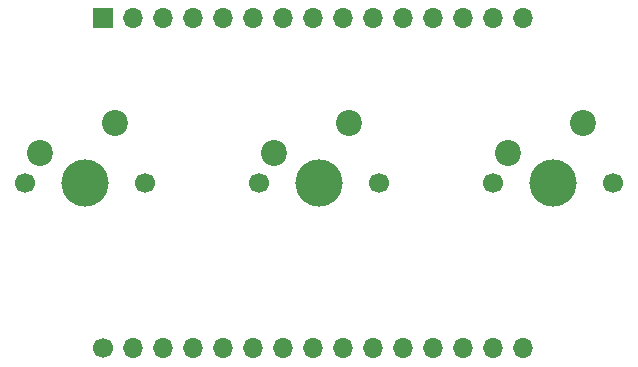
<source format=gts>
%TF.GenerationSoftware,KiCad,Pcbnew,(6.0.4-0)*%
%TF.CreationDate,2022-04-05T18:33:42+02:00*%
%TF.ProjectId,smart-button,736d6172-742d-4627-9574-746f6e2e6b69,rev?*%
%TF.SameCoordinates,Original*%
%TF.FileFunction,Soldermask,Top*%
%TF.FilePolarity,Negative*%
%FSLAX46Y46*%
G04 Gerber Fmt 4.6, Leading zero omitted, Abs format (unit mm)*
G04 Created by KiCad (PCBNEW (6.0.4-0)) date 2022-04-05 18:33:42*
%MOMM*%
%LPD*%
G01*
G04 APERTURE LIST*
%ADD10R,1.700000X1.700000*%
%ADD11O,1.700000X1.700000*%
%ADD12C,4.000000*%
%ADD13C,1.700000*%
%ADD14C,2.200000*%
G04 APERTURE END LIST*
D10*
X57150000Y-105410000D03*
D11*
X59690000Y-105410000D03*
X62230000Y-105410000D03*
X64770000Y-105410000D03*
X67310000Y-105410000D03*
X69850000Y-105410000D03*
X72390000Y-105410000D03*
X74930000Y-105410000D03*
X77470000Y-105410000D03*
X80010000Y-105410000D03*
X82550000Y-105410000D03*
X85090000Y-105410000D03*
X87630000Y-105410000D03*
X90170000Y-105410000D03*
X92710000Y-105410000D03*
D12*
X55626000Y-119326000D03*
D13*
X50546000Y-119326000D03*
X60706000Y-119326000D03*
D14*
X58166000Y-114246000D03*
X51816000Y-116786000D03*
D13*
X100330000Y-119326000D03*
D12*
X95250000Y-119326000D03*
D13*
X90170000Y-119326000D03*
D14*
X97790000Y-114246000D03*
X91440000Y-116786000D03*
D13*
X57155000Y-133350000D03*
D11*
X59695000Y-133350000D03*
X62235000Y-133350000D03*
X64775000Y-133350000D03*
X67315000Y-133350000D03*
X69855000Y-133350000D03*
X72395000Y-133350000D03*
X74935000Y-133350000D03*
X77475000Y-133350000D03*
X80015000Y-133350000D03*
X82555000Y-133350000D03*
X85095000Y-133350000D03*
X87635000Y-133350000D03*
X90175000Y-133350000D03*
X92715000Y-133350000D03*
D13*
X70358000Y-119326000D03*
X80518000Y-119326000D03*
D12*
X75438000Y-119326000D03*
D14*
X77978000Y-114246000D03*
X71628000Y-116786000D03*
M02*

</source>
